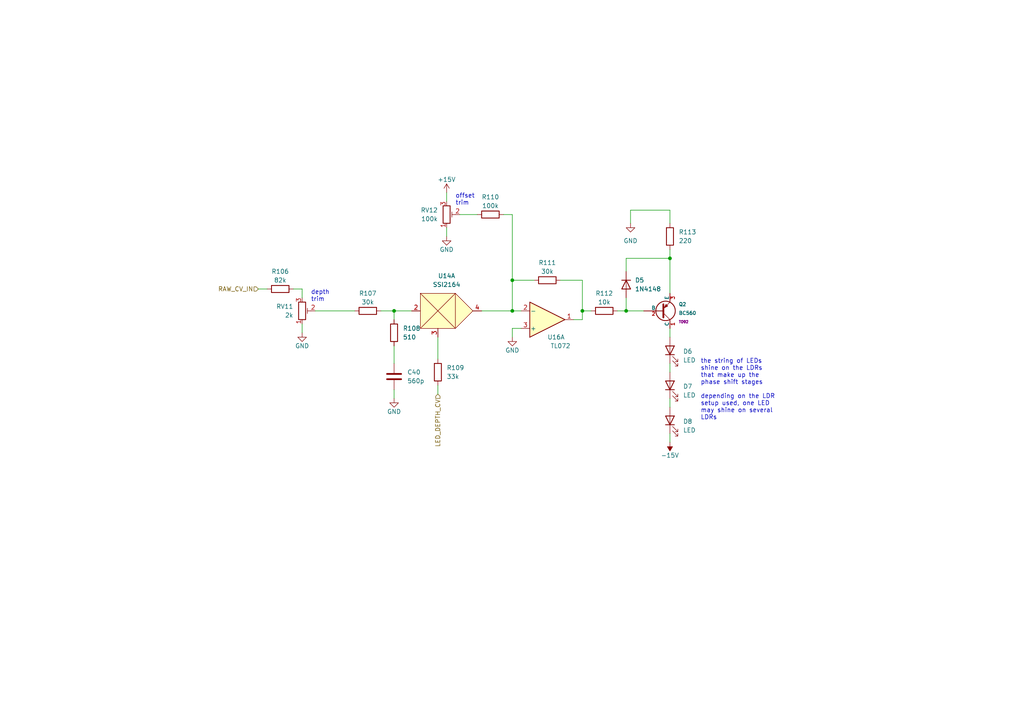
<source format=kicad_sch>
(kicad_sch (version 20211123) (generator eeschema)
  (paper "A4")
  (title_block (title "Mu-Tron Bi-Phase near-clone") (date "2022-01-14") (rev "0") (comment 2 "creativecommons.org/licenses/by/4.0/") (comment 3 "License: CC by 4.0") (comment 4 "Author: Jordan Aceto"))
  (lib_symbols
    (symbol "Amplifier_Operational:TL072" (pin_names (offset 0.127))
      (property "Reference" "U" (at 0 5.08 0))
      (property "Value" "TL072" (at 0 -5.08 0))
      (symbol "TL072_1_1"
        (polyline (pts (xy -5.08 5.08) (xy 5.08 0) (xy -5.08 -5.08) (xy -5.08 5.08)) (stroke (width 0.254)) (fill (type background)))
        (pin output line (at 7.62 0 180) (length 2.54) (name "~") (number "1"))
        (pin input line (at -7.62 -2.54 0) (length 2.54) (name "-") (number "2"))
        (pin input line (at -7.62 2.54 0) (length 2.54) (name "+") (number "3"))
      )
      (symbol "TL072_2_1"
        (polyline (pts (xy -5.08 5.08) (xy 5.08 0) (xy -5.08 -5.08) (xy -5.08 5.08)) (stroke (width 0.254)) (fill (type background)))
        (pin input line (at -7.62 2.54 0) (length 2.54) (name "+") (number "5"))
        (pin input line (at -7.62 -2.54 0) (length 2.54) (name "-") (number "6"))
        (pin output line (at 7.62 0 180) (length 2.54) (name "~") (number "7"))
      )
      (symbol "TL072_3_1"
        (pin power_in line (at -2.54 -7.62 90) (length 3.81) (name "V-") (number "4"))
        (pin power_in line (at -2.54 7.62 270) (length 3.81) (name "V+") (number "8"))
      )
    )
    (symbol "Device:C" (pin_numbers hide) (pin_names (offset 0.254))
      (property "Reference" "C" (at 0.635 2.54 0))
      (property "Value" "C" (at 0.635 -2.54 0))
      (symbol "C_0_1"
        (polyline (pts (xy -2.032 -0.762) (xy 2.032 -0.762)) (stroke (width 0.508)))
        (polyline (pts (xy -2.032 0.762) (xy 2.032 0.762)) (stroke (width 0.508)))
      )
      (symbol "C_1_1"
        (pin passive line (at 0 3.81 270) (length 2.794) (name "~") (number "1"))
        (pin passive line (at 0 -3.81 90) (length 2.794) (name "~") (number "2"))
      )
    )
    (symbol "Device:LED" (pin_numbers hide) (pin_names (offset 1.016) hide)
      (property "Reference" "D" (at 0 2.54 0))
      (property "Value" "LED" (at 0 -2.54 0))
      (symbol "LED_0_1"
        (polyline (pts (xy -1.27 -1.27) (xy -1.27 1.27)) (stroke (width 0.254)))
        (polyline (pts (xy -1.27 0) (xy 1.27 0)))
        (polyline (pts (xy 1.27 -1.27) (xy 1.27 1.27) (xy -1.27 0) (xy 1.27 -1.27)) (stroke (width 0.254)))
        (polyline (pts (xy -3.048 -0.762) (xy -4.572 -2.286) (xy -3.81 -2.286) (xy -4.572 -2.286) (xy -4.572 -1.524)))
        (polyline (pts (xy -1.778 -0.762) (xy -3.302 -2.286) (xy -2.54 -2.286) (xy -3.302 -2.286) (xy -3.302 -1.524)))
      )
      (symbol "LED_1_1"
        (pin passive line (at -3.81 0 0) (length 2.54) (name "K") (number "1"))
        (pin passive line (at 3.81 0 180) (length 2.54) (name "A") (number "2"))
      )
    )
    (symbol "Device:R" (pin_numbers hide) (pin_names (offset 0))
      (property "Reference" "R" (at 2.032 0 90))
      (property "Value" "R" (at 0 0 90))
      (symbol "R_0_1"
        (rectangle (start -1.016 -2.54) (end 1.016 2.54) (stroke (width 0.254)))
      )
      (symbol "R_1_1"
        (pin passive line (at 0 3.81 270) (length 1.27) (name "~") (number "1"))
        (pin passive line (at 0 -3.81 90) (length 1.27) (name "~") (number "2"))
      )
    )
    (symbol "Device:R_Potentiometer_Trim" (pin_names (offset 1.016) hide)
      (property "Reference" "RV" (at -4.445 0 90))
      (property "Value" "R_Potentiometer_Trim" (at -2.54 0 90))
      (symbol "R_Potentiometer_Trim_0_1"
        (polyline (pts (xy 1.524 0.762) (xy 1.524 -0.762)))
        (polyline (pts (xy 2.54 0) (xy 1.524 0)))
        (rectangle (start 1.016 2.54) (end -1.016 -2.54) (stroke (width 0.254)))
      )
      (symbol "R_Potentiometer_Trim_1_1"
        (pin passive line (at 0 3.81 270) (length 1.27) (name "1") (number "1"))
        (pin passive line (at 3.81 0 180) (length 1.27) (name "2") (number "2"))
        (pin passive line (at 0 -3.81 90) (length 1.27) (name "3") (number "3"))
      )
    )
    (symbol "Diode:1N4148" (pin_numbers hide) (pin_names (offset 1.016) hide)
      (property "Reference" "D" (at 0 2.54 0))
      (property "Value" "1N4148" (at 0 -2.54 0))
      (symbol "1N4148_0_1"
        (polyline (pts (xy -1.27 1.27) (xy -1.27 -1.27)) (stroke (width 0.254)))
        (polyline (pts (xy 1.27 0) (xy -1.27 0)))
        (polyline (pts (xy 1.27 1.27) (xy 1.27 -1.27) (xy -1.27 0) (xy 1.27 1.27)) (stroke (width 0.254)))
      )
      (symbol "1N4148_1_1"
        (pin passive line (at -3.81 0 0) (length 2.54) (name "K") (number "1"))
        (pin passive line (at 3.81 0 180) (length 2.54) (name "A") (number "2"))
      )
    )
    (symbol "biPhase_2-rescue:BC560" (pin_names (offset 0))
      (property "Reference" "Q" (at 0 -3.7846 0))
      (property "Value" "BC560" (at 0 3.81 0))
      (property "Footprint" "TO92" (at -2.54 2.5908 0))
      (symbol "BC560_0_1"
        (polyline (pts (xy 2.54 -2.54) (xy 0.635 -0.635)))
        (polyline (pts (xy 2.54 2.54) (xy 0.635 0.635)))
        (polyline (pts (xy 0.635 1.905) (xy 0.635 -1.905) (xy 0.635 -1.905)) (stroke (width 0.508)) (fill (type outline)))
        (polyline (pts (xy 1.397 -1.905) (xy 1.905 -1.397) (xy 0.889 -0.889) (xy 1.397 -1.905) (xy 1.397 -1.905)) (fill (type outline)))
        (circle (center 1.27 0) (radius 2.8194) (stroke (width 0.254)))
      )
      (symbol "BC560_1_1"
        (pin passive line (at 2.54 5.08 270) (length 2.54) (name "C") (number "1"))
        (pin input line (at -5.08 0 0) (length 5.715) (name "B") (number "2"))
        (pin passive line (at 2.54 -5.08 90) (length 2.54) (name "E") (number "3"))
      )
    )
    (symbol "custom_symbols:SSI2164" (pin_names (offset 1.016))
      (property "Reference" "U" (at 0 -12.7 0))
      (property "Value" "SSI2164" (at 0 7.62 0))
      (symbol "SSI2164_1_1"
        (rectangle (start -5.08 5.08) (end 5.08 -5.08) (fill (type background)))
        (polyline (pts (xy 5.08 5.08) (xy -5.08 -5.08)))
        (polyline (pts (xy 5.08 5.08) (xy 10.16 0) (xy 5.08 -5.08) (xy -5.08 5.08)) (fill (type background)))
        (pin input line (at -7.62 0 0) (length 2.54) (name "~") (number "2"))
        (pin input line (at 0 -7.62 90) (length 2.54) (name "~") (number "3"))
        (pin output line (at 12.7 0 180) (length 2.54) (name "~") (number "4"))
      )
      (symbol "SSI2164_2_1"
        (rectangle (start -5.08 5.08) (end 5.08 -5.08) (fill (type background)))
        (polyline (pts (xy 5.08 5.08) (xy -5.08 -5.08)))
        (polyline (pts (xy 5.08 5.08) (xy 10.16 0) (xy 5.08 -5.08) (xy -5.08 5.08)) (fill (type background)))
        (pin output line (at 12.7 0 180) (length 2.54) (name "~") (number "5"))
        (pin input line (at 0 -7.62 90) (length 2.54) (name "~") (number "6"))
        (pin input line (at -7.62 0 0) (length 2.54) (name "~") (number "7"))
      )
      (symbol "SSI2164_3_1"
        (rectangle (start -5.08 5.08) (end 5.08 -5.08) (fill (type background)))
        (polyline (pts (xy 5.08 5.08) (xy -5.08 -5.08)))
        (polyline (pts (xy 5.08 5.08) (xy 10.16 0) (xy 5.08 -5.08) (xy -5.08 5.08)) (fill (type background)))
        (pin input line (at -7.62 0 0) (length 2.54) (name "~") (number "10"))
        (pin input line (at 0 -7.62 90) (length 2.54) (name "~") (number "11"))
        (pin output line (at 12.7 0 180) (length 2.54) (name "~") (number "12"))
      )
      (symbol "SSI2164_4_1"
        (rectangle (start -5.08 5.08) (end 5.08 -5.08) (fill (type background)))
        (polyline (pts (xy 5.08 5.08) (xy -5.08 -5.08)))
        (polyline (pts (xy 5.08 5.08) (xy 10.16 0) (xy 5.08 -5.08) (xy -5.08 5.08)) (fill (type background)))
        (pin output line (at 12.7 0 180) (length 2.54) (name "~") (number "13"))
        (pin input line (at 0 -7.62 90) (length 2.54) (name "~") (number "14"))
        (pin input line (at -7.62 0 0) (length 2.54) (name "~") (number "15"))
      )
      (symbol "SSI2164_5_1"
        (pin input line (at 2.54 -10.16 180) (length 2.54) (name "mode") (number "1"))
        (pin power_in line (at 2.54 5.08 180) (length 2.54) (name "V+") (number "16"))
        (pin power_in line (at 2.54 0 180) (length 2.54) (name "gnd") (number "8"))
        (pin power_in line (at 2.54 -5.08 180) (length 2.54) (name "V-") (number "9"))
      )
    )
    (symbol "power:+15V" (power) (pin_names (offset 0))
      (property "Value" "+15V" (at 0 3.556 0))
      (symbol "+15V_0_1"
        (polyline (pts (xy -0.762 1.27) (xy 0 2.54)))
        (polyline (pts (xy 0 0) (xy 0 2.54)))
        (polyline (pts (xy 0 2.54) (xy 0.762 1.27)))
      )
      (symbol "+15V_1_1"
        (pin power_in line (at 0 0 90) (length 0) hide (name "+15V") (number "1"))
      )
    )
    (symbol "power:-15V" (power) (pin_names (offset 0))
      (property "Value" "-15V" (at 0 3.81 0))
      (symbol "-15V_0_0"
        (pin power_in line (at 0 0 90) (length 0) hide (name "-15V") (number "1"))
      )
      (symbol "-15V_0_1"
        (polyline (pts (xy 0 0) (xy 0 1.27) (xy 0.762 1.27) (xy 0 2.54) (xy -0.762 1.27) (xy 0 1.27)) (fill (type outline)))
      )
    )
    (symbol "power:GND" (power) (pin_names (offset 0))
      (property "Value" "GND" (at 0 -3.81 0))
      (symbol "GND_0_1"
        (polyline (pts (xy 0 0) (xy 0 -1.27) (xy 1.27 -1.27) (xy 0 -2.54) (xy -1.27 -1.27) (xy 0 -1.27)))
      )
      (symbol "GND_1_1"
        (pin power_in line (at 0 0 270) (length 0) hide (name "GND") (number "1"))
      )
    )
  )
  (junction (at 148.59 90.17))
  (junction (at 194.31 74.93))
  (junction (at 168.91 90.17))
  (junction (at 181.61 90.17))
  (junction (at 114.3 90.17))
  (junction (at 148.59 81.28))
  (wire (pts (xy 148.59 62.23) (xy 146.05 62.23)))
  (wire (pts (xy 114.3 90.17) (xy 114.3 92.71)))
  (wire (pts (xy 181.61 86.36) (xy 181.61 90.17)))
  (wire (pts (xy 114.3 100.33) (xy 114.3 105.41)))
  (wire (pts (xy 194.31 105.41) (xy 194.31 107.95)))
  (wire (pts (xy 148.59 95.25) (xy 151.13 95.25)))
  (wire (pts (xy 87.63 83.82) (xy 85.09 83.82)))
  (wire (pts (xy 114.3 115.57) (xy 114.3 113.03)))
  (wire (pts (xy 139.7 90.17) (xy 148.59 90.17)))
  (wire (pts (xy 110.49 90.17) (xy 114.3 90.17)))
  (wire (pts (xy 194.31 60.96) (xy 194.31 64.77)))
  (wire (pts (xy 127 97.79) (xy 127 104.14)))
  (wire (pts (xy 181.61 74.93) (xy 181.61 78.74)))
  (wire (pts (xy 166.37 92.71) (xy 168.91 92.71)))
  (wire (pts (xy 127 111.76) (xy 127 114.3)))
  (wire (pts (xy 87.63 86.36) (xy 87.63 83.82)))
  (wire (pts (xy 74.93 83.82) (xy 77.47 83.82)))
  (wire (pts (xy 194.31 115.57) (xy 194.31 118.11)))
  (wire (pts (xy 181.61 90.17) (xy 186.69 90.17)))
  (wire (pts (xy 148.59 81.28) (xy 148.59 62.23)))
  (wire (pts (xy 91.44 90.17) (xy 102.87 90.17)))
  (wire (pts (xy 151.13 90.17) (xy 148.59 90.17)))
  (wire (pts (xy 179.07 90.17) (xy 181.61 90.17)))
  (wire (pts (xy 194.31 72.39) (xy 194.31 74.93)))
  (wire (pts (xy 168.91 92.71) (xy 168.91 90.17)))
  (wire (pts (xy 148.59 81.28) (xy 154.94 81.28)))
  (wire (pts (xy 182.88 64.77) (xy 182.88 60.96)))
  (wire (pts (xy 194.31 125.73) (xy 194.31 128.27)))
  (wire (pts (xy 194.31 74.93) (xy 181.61 74.93)))
  (wire (pts (xy 194.31 95.25) (xy 194.31 97.79)))
  (wire (pts (xy 129.54 68.58) (xy 129.54 66.04)))
  (wire (pts (xy 148.59 97.79) (xy 148.59 95.25)))
  (wire (pts (xy 129.54 55.88) (xy 129.54 58.42)))
  (wire (pts (xy 182.88 60.96) (xy 194.31 60.96)))
  (wire (pts (xy 114.3 90.17) (xy 119.38 90.17)))
  (wire (pts (xy 133.35 62.23) (xy 138.43 62.23)))
  (wire (pts (xy 168.91 81.28) (xy 162.56 81.28)))
  (wire (pts (xy 168.91 90.17) (xy 171.45 90.17)))
  (wire (pts (xy 87.63 96.52) (xy 87.63 93.98)))
  (wire (pts (xy 194.31 85.09) (xy 194.31 74.93)))
  (wire (pts (xy 148.59 90.17) (xy 148.59 81.28)))
  (wire (pts (xy 168.91 90.17) (xy 168.91 81.28)))
  (text "the string of LEDs\nshine on the LDRs\nthat make up the \nphase shift stages\n\ndepending on the LDR\nsetup used, one LED\nmay shine on several\nLDRs" (at 203.2 121.92 0) (effects (font (size 1.27 1.27)) (justify left bottom)))
  (text "offset\ntrim" (at 132.08 59.69 0) (effects (font (size 1.27 1.27)) (justify left bottom)))
  (text "depth\ntrim" (at 90.17 87.63 0) (effects (font (size 1.27 1.27)) (justify left bottom)))
  (hierarchical_label "LED_DEPTH_CV" (shape input) (at 127 114.3 270))
  (hierarchical_label "RAW_CV_IN" (shape input) (at 74.93 83.82 180))
  (symbol (lib_id "Device:LED") (at 194.31 111.76 90)
    (property "Reference" "D7" (at 198.12 112.0774 90) (effects (justify right)))
    (property "Value" "LED" (at 198.12 114.6174 90) (effects (justify right)))
  )
  (symbol (lib_id "Device:C") (at 114.3 109.22 0)
    (property "Reference" "C40" (at 118.11 107.9499 0) (effects (justify left)))
    (property "Value" "560p" (at 118.11 110.4899 0) (effects (justify left)))
  )
  (symbol (lib_id "power:GND") (at 148.59 97.79 0)
    (property "Reference" "#PWR078" (effects hide))
    (property "Value" "GND" (at 148.59 101.6 0))
  )
  (symbol (lib_id "power:GND") (at 114.3 115.57 0)
    (property "Reference" "#PWR075" (effects hide))
    (property "Value" "GND" (at 114.3 119.38 0))
  )
  (symbol (lib_id "Device:R") (at 114.3 96.52 0)
    (property "Reference" "R108" (at 116.84 95.2499 0) (effects (justify left)))
    (property "Value" "510" (at 116.84 97.7899 0) (effects (justify left)))
  )
  (symbol (lib_id "custom_symbols:SSI2164") (at 127 90.17 0)
    (property "Reference" "U14" (at 129.54 80.01 0))
    (property "Value" "SSI2164" (at 129.54 82.55 0))
    (property "Footprint" "Package_SO:SOIC-16_3.9x9.9mm_P1.27mm" (effects hide))
    (property "Datasheet" "https://www.soundsemiconductor.com/downloads/ssi2164datasheet.pdf" (effects hide))
  )
  (symbol (lib_id "power:GND") (at 87.63 96.52 0)
    (property "Reference" "#PWR074" (effects hide))
    (property "Value" "GND" (at 87.63 100.33 0))
  )
  (symbol (lib_id "power:GND") (at 129.54 68.58 0)
    (property "Reference" "#PWR077" (effects hide))
    (property "Value" "GND" (at 129.54 72.39 0))
  )
  (symbol (lib_id "Diode:1N4148") (at 181.61 82.55 270)
    (property "Reference" "D5" (at 184.15 81.2799 90) (effects (justify left)))
    (property "Value" "1N4148" (at 184.15 83.8199 90) (effects (justify left)))
    (property "Footprint" "Diode_THT:D_DO-35_SOD27_P7.62mm_Horizontal" (effects hide))
    (property "Datasheet" "https://assets.nexperia.com/documents/data-sheet/1N4148_1N4448.pdf" (effects hide))
  )
  (symbol (lib_id "biPhase_2-rescue:BC560") (at 191.77 90.17 0) (mirror x)
    (property "Reference" "Q2" (at 196.85 88.265 0) (effects (font (size 1.016 1.016)) (justify left)))
    (property "Value" "BC560" (at 196.85 90.805 0) (effects (font (size 1.016 1.016)) (justify left)))
    (property "Footprint" "TO92" (at 196.85 93.3449 0) (effects (font (size 0.7366 0.7366)) (justify left)))
  )
  (symbol (lib_id "Device:LED") (at 194.31 101.6 90)
    (property "Reference" "D6" (at 198.12 101.9174 90) (effects (justify right)))
    (property "Value" "LED" (at 198.12 104.4574 90) (effects (justify right)))
  )
  (symbol (lib_id "Device:R") (at 106.68 90.17 90)
    (property "Reference" "R107" (at 106.68 85.09 90))
    (property "Value" "30k" (at 106.68 87.63 90))
  )
  (symbol (lib_id "power:+15V") (at 129.54 55.88 0)
    (property "Reference" "#PWR076" (effects hide))
    (property "Value" "+15V" (at 129.54 52.07 0))
  )
  (symbol (lib_id "power:-15V") (at 194.31 128.27 180)
    (property "Reference" "#PWR080" (effects hide))
    (property "Value" "-15V" (at 194.31 132.08 0))
  )
  (symbol (lib_id "Device:R") (at 194.31 68.58 0)
    (property "Reference" "R113" (at 196.85 67.3099 0) (effects (justify left)))
    (property "Value" "220" (at 196.85 69.8499 0) (effects (justify left)))
  )
  (symbol (lib_id "Device:R") (at 175.26 90.17 90)
    (property "Reference" "R112" (at 175.26 85.09 90))
    (property "Value" "10k" (at 175.26 87.63 90))
  )
  (symbol (lib_id "Device:R") (at 142.24 62.23 90)
    (property "Reference" "R110" (at 142.24 57.15 90))
    (property "Value" "100k" (at 142.24 59.69 90))
  )
  (symbol (lib_id "Device:R_Potentiometer_Trim") (at 87.63 90.17 0) (mirror x)
    (property "Reference" "RV11" (at 85.09 88.8999 0) (effects (justify right)))
    (property "Value" "2k" (at 85.09 91.4399 0) (effects (justify right)))
  )
  (symbol (lib_id "Device:R") (at 158.75 81.28 90)
    (property "Reference" "R111" (at 158.75 76.2 90))
    (property "Value" "30k" (at 158.75 78.74 90))
  )
  (symbol (lib_id "Device:R") (at 127 107.95 0)
    (property "Reference" "R109" (at 129.54 106.6799 0) (effects (justify left)))
    (property "Value" "33k" (at 129.54 109.2199 0) (effects (justify left)))
  )
  (symbol (lib_id "Device:R_Potentiometer_Trim") (at 129.54 62.23 0) (mirror x)
    (property "Reference" "RV12" (at 127 60.9599 0) (effects (justify right)))
    (property "Value" "100k" (at 127 63.4999 0) (effects (justify right)))
  )
  (symbol (lib_id "power:GND") (at 182.88 64.77 0)
    (property "Reference" "#PWR079" (effects hide))
    (property "Value" "GND" (at 182.88 69.85 0))
  )
  (symbol (lib_id "Device:R") (at 81.28 83.82 90)
    (property "Reference" "R106" (at 81.28 78.74 90))
    (property "Value" "82k" (at 81.28 81.28 90))
  )
  (symbol (lib_id "Amplifier_Operational:TL072") (at 158.75 92.71 0) (mirror x)
    (property "Reference" "U16" (at 161.29 97.79 0))
    (property "Value" "TL072" (at 162.56 100.33 0))
    (property "Datasheet" "http://www.ti.com/lit/ds/symlink/tl071.pdf" (effects hide))
  )
  (symbol (lib_id "Device:LED") (at 194.31 121.92 90)
    (property "Reference" "D8" (at 198.12 122.2374 90) (effects (justify right)))
    (property "Value" "LED" (at 198.12 124.7774 90) (effects (justify right)))
  )
)
</source>
